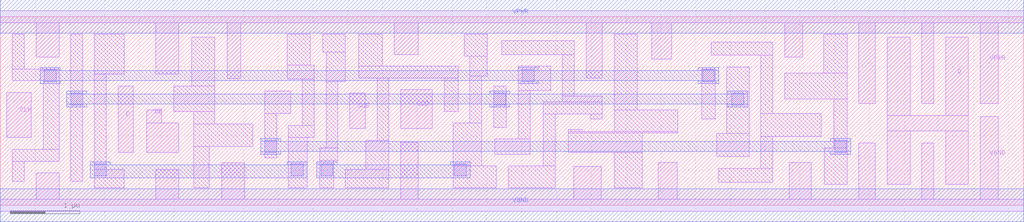
<source format=lef>
# Copyright 2020 The SkyWater PDK Authors
#
# Licensed under the Apache License, Version 2.0 (the "License");
# you may not use this file except in compliance with the License.
# You may obtain a copy of the License at
#
#     https://www.apache.org/licenses/LICENSE-2.0
#
# Unless required by applicable law or agreed to in writing, software
# distributed under the License is distributed on an "AS IS" BASIS,
# WITHOUT WARRANTIES OR CONDITIONS OF ANY KIND, either express or implied.
# See the License for the specific language governing permissions and
# limitations under the License.
#
# SPDX-License-Identifier: Apache-2.0

VERSION 5.5 ;
NAMESCASESENSITIVE ON ;
BUSBITCHARS "[]" ;
DIVIDERCHAR "/" ;
MACRO sky130_fd_sc_hd__sedfxtp_4
  CLASS CORE ;
  SOURCE USER ;
  ORIGIN  0.000000  0.000000 ;
  SIZE  14.72000 BY  2.720000 ;
  SYMMETRY X Y R90 ;
  SITE unithd ;
  PIN D
    ANTENNAGATEAREA  0.159000 ;
    DIRECTION INPUT ;
    USE SIGNAL ;
    PORT
      LAYER li1 ;
        RECT 1.695000 0.765000 1.915000 1.720000 ;
    END
  END D
  PIN DE
    ANTENNAGATEAREA  0.318000 ;
    DIRECTION INPUT ;
    USE SIGNAL ;
    PORT
      LAYER li1 ;
        RECT 2.110000 0.765000 2.565000 1.185000 ;
        RECT 2.110000 1.185000 2.325000 1.370000 ;
    END
  END DE
  PIN Q
    ANTENNADIFFAREA  0.891000 ;
    DIRECTION OUTPUT ;
    USE SIGNAL ;
    PORT
      LAYER li1 ;
        RECT 12.755000 0.305000 13.085000 1.070000 ;
        RECT 12.755000 1.070000 13.925000 1.295000 ;
        RECT 12.755000 1.295000 13.085000 2.420000 ;
        RECT 13.595000 0.305000 13.925000 1.070000 ;
        RECT 13.595000 1.295000 13.925000 2.420000 ;
    END
  END Q
  PIN SCD
    ANTENNAGATEAREA  0.159000 ;
    DIRECTION INPUT ;
    USE SIGNAL ;
    PORT
      LAYER li1 ;
        RECT 5.760000 1.105000 6.215000 1.665000 ;
    END
  END SCD
  PIN SCE
    ANTENNAGATEAREA  0.318000 ;
    DIRECTION INPUT ;
    USE SIGNAL ;
    PORT
      LAYER li1 ;
        RECT 5.025000 1.105000 5.250000 1.615000 ;
    END
  END SCE
  PIN CLK
    ANTENNAGATEAREA  0.159000 ;
    DIRECTION INPUT ;
    USE CLOCK ;
    PORT
      LAYER li1 ;
        RECT 0.095000 0.975000 0.445000 1.625000 ;
    END
  END CLK
  PIN VGND
    DIRECTION INOUT ;
    SHAPE ABUTMENT ;
    USE GROUND ;
    PORT
      LAYER li1 ;
        RECT  0.000000 -0.085000 14.720000 0.085000 ;
        RECT  0.515000  0.085000  0.845000 0.465000 ;
        RECT  2.235000  0.085000  2.565000 0.515000 ;
        RECT  3.185000  0.085000  3.515000 0.610000 ;
        RECT  5.760000  0.085000  6.010000 0.905000 ;
        RECT  8.245000  0.085000  8.640000 0.560000 ;
        RECT  9.465000  0.085000  9.740000 0.615000 ;
        RECT 11.350000  0.085000 11.665000 0.615000 ;
        RECT 12.350000  0.085000 12.585000 0.900000 ;
        RECT 13.255000  0.085000 13.425000 0.900000 ;
        RECT 14.095000  0.085000 14.355000 1.280000 ;
    END
    PORT
      LAYER met1 ;
        RECT 0.000000 -0.240000 14.720000 0.240000 ;
    END
  END VGND
  PIN VNB
    DIRECTION INOUT ;
    USE GROUND ;
    PORT
    END
  END VNB
  PIN VPB
    DIRECTION INOUT ;
    USE POWER ;
    PORT
    END
  END VPB
  PIN VPWR
    DIRECTION INOUT ;
    SHAPE ABUTMENT ;
    USE POWER ;
    PORT
      LAYER li1 ;
        RECT  0.000000 2.635000 14.720000 2.805000 ;
        RECT  0.515000 2.135000  0.845000 2.635000 ;
        RECT  2.235000 1.890000  2.565000 2.635000 ;
        RECT  3.265000 1.825000  3.460000 2.635000 ;
        RECT  5.665000 2.175000  6.010000 2.635000 ;
        RECT  8.425000 1.835000  8.660000 2.635000 ;
        RECT  9.370000 2.105000  9.660000 2.635000 ;
        RECT 11.280000 2.135000 11.540000 2.635000 ;
        RECT 12.350000 1.465000 12.585000 2.635000 ;
        RECT 13.255000 1.465000 13.425000 2.635000 ;
        RECT 14.095000 1.465000 14.355000 2.635000 ;
    END
    PORT
      LAYER met1 ;
        RECT 0.000000 2.480000 14.720000 2.960000 ;
    END
  END VPWR
  OBS
    LAYER li1 ;
      RECT  0.175000 0.345000  0.345000 0.635000 ;
      RECT  0.175000 0.635000  0.845000 0.805000 ;
      RECT  0.175000 1.795000  0.845000 1.965000 ;
      RECT  0.175000 1.965000  0.345000 2.465000 ;
      RECT  0.615000 0.805000  0.845000 1.795000 ;
      RECT  1.015000 0.345000  1.185000 2.465000 ;
      RECT  1.355000 0.255000  1.785000 0.515000 ;
      RECT  1.355000 0.515000  1.525000 1.890000 ;
      RECT  1.355000 1.890000  1.785000 2.465000 ;
      RECT  2.495000 1.355000  3.085000 1.720000 ;
      RECT  2.755000 1.720000  3.085000 2.425000 ;
      RECT  2.780000 0.255000  3.005000 0.845000 ;
      RECT  2.780000 0.845000  3.635000 1.175000 ;
      RECT  2.780000 1.175000  3.085000 1.355000 ;
      RECT  3.805000 0.685000  3.975000 1.320000 ;
      RECT  3.805000 1.320000  4.175000 1.650000 ;
      RECT  4.125000 1.820000  4.515000 2.020000 ;
      RECT  4.125000 2.020000  4.455000 2.465000 ;
      RECT  4.145000 0.255000  4.415000 0.980000 ;
      RECT  4.145000 0.980000  4.515000 1.150000 ;
      RECT  4.345000 1.150000  4.515000 1.820000 ;
      RECT  4.595000 0.255000  4.795000 0.645000 ;
      RECT  4.595000 0.645000  4.855000 0.825000 ;
      RECT  4.635000 2.210000  4.965000 2.465000 ;
      RECT  4.685000 0.825000  4.855000 1.785000 ;
      RECT  4.685000 1.785000  4.965000 2.210000 ;
      RECT  4.965000 0.255000  5.590000 0.515000 ;
      RECT  5.155000 1.835000  6.585000 2.005000 ;
      RECT  5.155000 2.005000  5.495000 2.465000 ;
      RECT  5.260000 0.515000  5.590000 0.935000 ;
      RECT  5.420000 0.935000  5.590000 1.835000 ;
      RECT  6.385000 1.355000  6.585000 1.835000 ;
      RECT  6.515000 0.255000  7.135000 0.565000 ;
      RECT  6.515000 0.565000  6.925000 1.185000 ;
      RECT  6.675000 2.150000  7.005000 2.465000 ;
      RECT  6.755000 1.185000  6.925000 1.865000 ;
      RECT  6.755000 1.865000  7.005000 2.150000 ;
      RECT  7.095000 1.125000  7.280000 1.720000 ;
      RECT  7.115000 0.735000  7.620000 0.955000 ;
      RECT  7.215000 2.175000  8.255000 2.375000 ;
      RECT  7.305000 0.255000  7.980000 0.565000 ;
      RECT  7.450000 0.955000  7.620000 1.655000 ;
      RECT  7.450000 1.655000  7.915000 2.005000 ;
      RECT  7.810000 0.565000  7.980000 1.315000 ;
      RECT  7.810000 1.315000  8.660000 1.485000 ;
      RECT  8.085000 1.485000  8.660000 1.575000 ;
      RECT  8.085000 1.575000  8.255000 2.175000 ;
      RECT  8.170000 0.765000  9.235000 1.045000 ;
      RECT  8.170000 1.045000  9.745000 1.065000 ;
      RECT  8.170000 1.065000  8.370000 1.095000 ;
      RECT  8.490000 1.245000  8.660000 1.315000 ;
      RECT  8.830000 0.255000  9.235000 0.765000 ;
      RECT  8.830000 1.065000  9.745000 1.375000 ;
      RECT  8.830000 1.375000  9.160000 2.465000 ;
      RECT 10.090000 1.245000 10.280000 1.965000 ;
      RECT 10.225000 2.165000 11.110000 2.355000 ;
      RECT 10.305000 0.705000 10.770000 1.035000 ;
      RECT 10.325000 0.330000 11.110000 0.535000 ;
      RECT 10.450000 1.035000 10.770000 1.995000 ;
      RECT 10.940000 0.535000 11.110000 0.995000 ;
      RECT 10.940000 0.995000 11.810000 1.325000 ;
      RECT 10.940000 1.325000 11.110000 2.165000 ;
      RECT 11.280000 1.530000 12.180000 1.905000 ;
      RECT 11.840000 1.905000 12.180000 2.465000 ;
      RECT 11.850000 0.300000 12.180000 0.825000 ;
      RECT 11.990000 0.825000 12.180000 1.530000 ;
    LAYER mcon ;
      RECT  0.635000 1.785000  0.805000 1.955000 ;
      RECT  1.015000 1.445000  1.185000 1.615000 ;
      RECT  1.355000 0.425000  1.525000 0.595000 ;
      RECT  3.805000 0.765000  3.975000 0.935000 ;
      RECT  4.185000 0.425000  4.355000 0.595000 ;
      RECT  4.615000 0.425000  4.785000 0.595000 ;
      RECT  6.530000 0.425000  6.700000 0.595000 ;
      RECT  7.100000 1.445000  7.270000 1.615000 ;
      RECT  7.510000 1.785000  7.680000 1.955000 ;
      RECT 10.100000 1.785000 10.270000 1.955000 ;
      RECT 10.520000 1.445000 10.690000 1.615000 ;
      RECT 12.000000 0.765000 12.170000 0.935000 ;
    LAYER met1 ;
      RECT  0.575000 1.755000  0.865000 1.800000 ;
      RECT  0.575000 1.800000 10.330000 1.940000 ;
      RECT  0.575000 1.940000  0.865000 1.985000 ;
      RECT  0.955000 1.415000  1.245000 1.460000 ;
      RECT  0.955000 1.460000 10.750000 1.600000 ;
      RECT  0.955000 1.600000  1.245000 1.645000 ;
      RECT  1.295000 0.395000  4.415000 0.580000 ;
      RECT  1.295000 0.580000  1.585000 0.625000 ;
      RECT  3.745000 0.735000  4.035000 0.780000 ;
      RECT  3.745000 0.780000 12.230000 0.920000 ;
      RECT  3.745000 0.920000  4.035000 0.965000 ;
      RECT  4.125000 0.580000  4.415000 0.625000 ;
      RECT  4.555000 0.395000  6.760000 0.580000 ;
      RECT  4.555000 0.580000  4.845000 0.625000 ;
      RECT  6.470000 0.580000  6.760000 0.625000 ;
      RECT  7.040000 1.415000  7.330000 1.460000 ;
      RECT  7.040000 1.600000  7.330000 1.645000 ;
      RECT  7.450000 1.755000  7.740000 1.800000 ;
      RECT  7.450000 1.940000  7.740000 1.985000 ;
      RECT 10.040000 1.755000 10.330000 1.800000 ;
      RECT 10.040000 1.940000 10.330000 1.985000 ;
      RECT 10.460000 1.415000 10.750000 1.460000 ;
      RECT 10.460000 1.600000 10.750000 1.645000 ;
      RECT 11.940000 0.735000 12.230000 0.780000 ;
      RECT 11.940000 0.920000 12.230000 0.965000 ;
  END
END sky130_fd_sc_hd__sedfxtp_4
END LIBRARY

</source>
